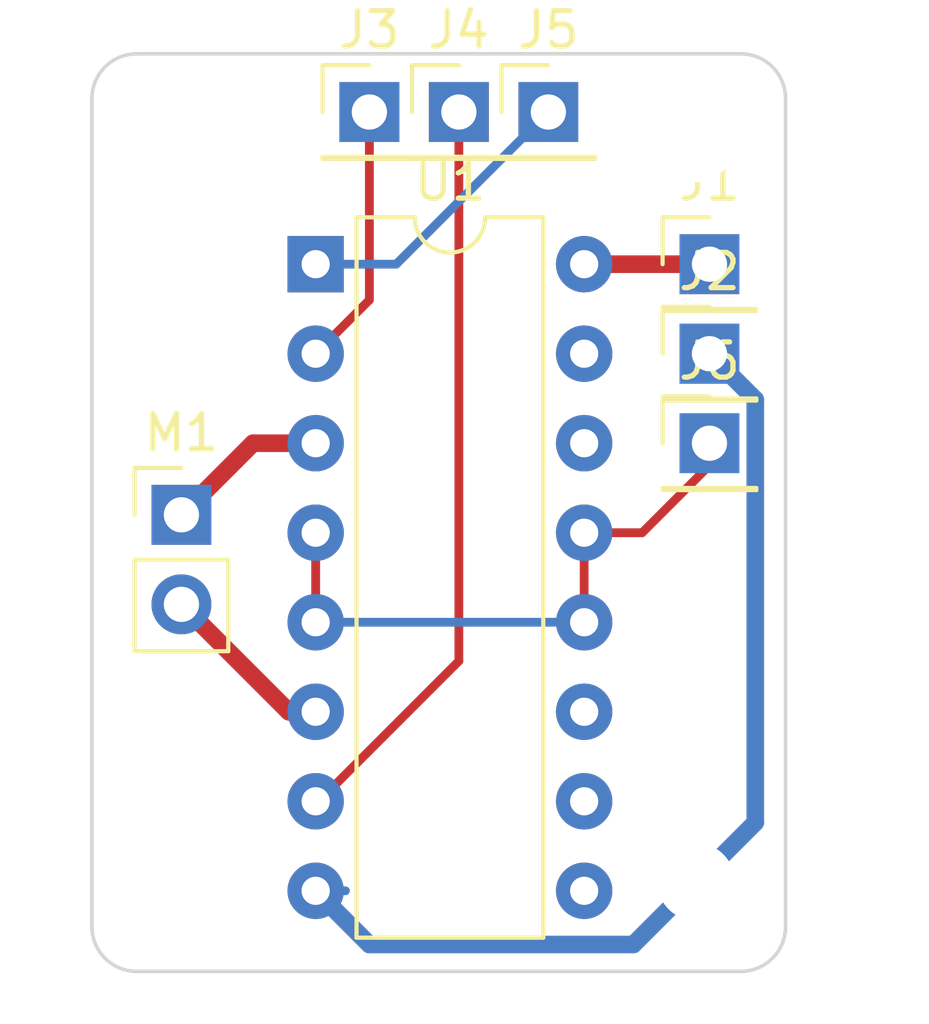
<source format=kicad_pcb>
(kicad_pcb (version 20221018) (generator pcbnew)
  (layers (0 "F.Cu" signal) (31 "B.Cu" signal) (34 "B.Paste" user) (35 "F.Paste" user) (36 "B.SilkS" user "B.Silkscreen") (37 "F.SilkS" user "F.Silkscreen") (38 "B.Mask" user) (39 "F.Mask" user) (44 "Edge.Cuts" user))
  (net 0 "")
  (net 1 "Net-(M1-+)")
  (net 2 "Net-(M1--)")
  (net 3 "Net-(J5-Pin_1)")
  (net 4 "Net-(J3-Pin_1)")
  (net 5 "Net-(J6-Pin_1)")
  (net 6 "Net-(J4-Pin_1)")
  (net 7 "Net-(J2-Pin_1)")
  (net 13 "Net-(J1-Pin_1)")
  (footprint "MountingHole:MountingHole_2.2mm_M2" (layer "F.Cu") (at 149.225 99.06)
    (fp_text reference "H3" hide)
    (fp_text value "MountingHole")
    (pad "" np_thru_hole circle (at 0 0) (size 2.2 2.2) (drill 2.2) (layers "*.Cu" "*.Mask"))
  )
  (footprint "Connector_PinHeader_2.54mm:PinHeader_1x01_P2.54mm_Vertical" (layer "F.Cu") (at 149.606 81.534)
    (fp_text reference "J1" (at 0 -2.33) (layer "F.SilkS"))
    (fp_text value "Conn_01x01_Pin")
    (fp_line (start -1.33 -1.33) (end 0 -1.33) (stroke (width 0.12)) (layer "F.SilkS"))
    (fp_line (start -1.33 0) (end -1.33 -1.33) (stroke (width 0.12)) (layer "F.SilkS"))
    (fp_line (start -1.33 1.27) (end -1.33 1.33) (stroke (width 0.12)) (layer "F.SilkS"))
    (fp_line (start -1.33 1.27) (end 1.33 1.27) (stroke (width 0.12)) (layer "F.SilkS"))
    (fp_line (start -1.33 1.33) (end 1.33 1.33) (stroke (width 0.12)) (layer "F.SilkS"))
    (fp_line (start 1.33 1.27) (end 1.33 1.33) (stroke (width 0.12)) (layer "F.SilkS"))
    (pad "1" thru_hole rect (at 0 0) (size 1.7 1.7) (drill 1) (layers "*.Cu" "*.Mask") (net 13 "Net-(J1-Pin_1)"))
  )
  (footprint "MountingHole:MountingHole_2.2mm_M2" (layer "F.Cu") (at 134.62 99.06)
    (fp_text reference "H4" hide)
    (fp_text value "MountingHole")
    (pad "" np_thru_hole circle (at 0 0) (size 2.2 2.2) (drill 2.2) (layers "*.Cu" "*.Mask"))
  )
  (footprint "Connector_PinHeader_2.54mm:PinHeader_1x01_P2.54mm_Vertical" (layer "F.Cu") (at 149.606 84.074)
    (fp_text reference "J2" (at 0 -2.33) (layer "F.SilkS"))
    (fp_text value "Conn_01x01_Pin")
    (fp_line (start -1.33 -1.33) (end 0 -1.33) (stroke (width 0.12)) (layer "F.SilkS"))
    (fp_line (start -1.33 0) (end -1.33 -1.33) (stroke (width 0.12)) (layer "F.SilkS"))
    (fp_line (start -1.33 1.27) (end -1.33 1.33) (stroke (width 0.12)) (layer "F.SilkS"))
    (fp_line (start -1.33 1.27) (end 1.33 1.27) (stroke (width 0.12)) (layer "F.SilkS"))
    (fp_line (start -1.33 1.33) (end 1.33 1.33) (stroke (width 0.12)) (layer "F.SilkS"))
    (fp_line (start 1.33 1.27) (end 1.33 1.33) (stroke (width 0.12)) (layer "F.SilkS"))
    (pad "1" thru_hole rect (at 0 0) (size 1.7 1.7) (drill 1) (layers "*.Cu" "*.Mask") (net 7 "Net-(J2-Pin_1)"))
  )
  (footprint "Connector_PinHeader_2.54mm:PinHeader_1x02_P2.54mm_Vertical" (layer "F.Cu") (at 134.62 88.646)
    (fp_text reference "M1" (at 0 -2.33) (layer "F.SilkS"))
    (fp_text value "Motor_DC")
    (fp_line (start -1.33 -1.33) (end 0 -1.33) (stroke (width 0.12)) (layer "F.SilkS"))
    (fp_line (start -1.33 0) (end -1.33 -1.33) (stroke (width 0.12)) (layer "F.SilkS"))
    (fp_line (start -1.33 1.27) (end -1.33 3.87) (stroke (width 0.12)) (layer "F.SilkS"))
    (fp_line (start -1.33 1.27) (end 1.33 1.27) (stroke (width 0.12)) (layer "F.SilkS"))
    (fp_line (start -1.33 3.87) (end 1.33 3.87) (stroke (width 0.12)) (layer "F.SilkS"))
    (fp_line (start 1.33 1.27) (end 1.33 3.87) (stroke (width 0.12)) (layer "F.SilkS"))
    (pad "1" thru_hole rect (at 0 0) (size 1.7 1.7) (drill 1) (layers "*.Cu" "*.Mask") (net 1 "Net-(M1-+)"))
    (pad "2" thru_hole oval (at 0 2.54) (size 1.7 1.7) (drill 1) (layers "*.Cu" "*.Mask") (net 2 "Net-(M1--)"))
  )
  (footprint "Connector_PinHeader_2.54mm:PinHeader_1x01_P2.54mm_Vertical" (layer "F.Cu") (at 142.494 77.216)
    (fp_text reference "J4" (at 0 -2.33) (layer "F.SilkS"))
    (fp_text value "Conn_01x01_Pin")
    (fp_line (start -1.33 -1.33) (end 0 -1.33) (stroke (width 0.12)) (layer "F.SilkS"))
    (fp_line (start -1.33 0) (end -1.33 -1.33) (stroke (width 0.12)) (layer "F.SilkS"))
    (fp_line (start -1.33 1.27) (end -1.33 1.33) (stroke (width 0.12)) (layer "F.SilkS"))
    (fp_line (start -1.33 1.27) (end 1.33 1.27) (stroke (width 0.12)) (layer "F.SilkS"))
    (fp_line (start -1.33 1.33) (end 1.33 1.33) (stroke (width 0.12)) (layer "F.SilkS"))
    (fp_line (start 1.33 1.27) (end 1.33 1.33) (stroke (width 0.12)) (layer "F.SilkS"))
    (pad "1" thru_hole rect (at 0 0) (size 1.7 1.7) (drill 1) (layers "*.Cu" "*.Mask") (net 6 "Net-(J4-Pin_1)"))
  )
  (footprint "Package_DIP:DIP-16_W7.62mm" (layer "F.Cu") (at 138.43 81.534)
    (fp_text reference "U1" (at 3.81 -2.33) (layer "F.SilkS"))
    (fp_text value "L293D")
    (fp_line (start 1.16 -1.33) (end 1.16 19.11) (stroke (width 0.12)) (layer "F.SilkS"))
    (fp_line (start 1.16 19.11) (end 6.46 19.11) (stroke (width 0.12)) (layer "F.SilkS"))
    (fp_line (start 2.81 -1.33) (end 1.16 -1.33) (stroke (width 0.12)) (layer "F.SilkS"))
    (fp_line (start 6.46 -1.33) (end 4.81 -1.33) (stroke (width 0.12)) (layer "F.SilkS"))
    (fp_line (start 6.46 19.11) (end 6.46 -1.33) (stroke (width 0.12)) (layer "F.SilkS"))
    (fp_arc (start 4.81 -1.33) (mid 3.81 -0.33) (end 2.81 -1.33) (stroke (width 0.12)) (layer "F.SilkS"))
    (pad "1" thru_hole rect (at 0 0) (size 1.6 1.6) (drill 0.8) (layers "*.Cu" "*.Mask") (net 3 "Net-(J5-Pin_1)"))
    (pad "2" thru_hole oval (at 0 2.54) (size 1.6 1.6) (drill 0.8) (layers "*.Cu" "*.Mask") (net 4 "Net-(J3-Pin_1)"))
    (pad "3" thru_hole oval (at 0 5.08) (size 1.6 1.6) (drill 0.8) (layers "*.Cu" "*.Mask") (net 1 "Net-(M1-+)"))
    (pad "4" thru_hole oval (at 0 7.62) (size 1.6 1.6) (drill 0.8) (layers "*.Cu" "*.Mask") (net 5 "Net-(J6-Pin_1)"))
    (pad "5" thru_hole oval (at 0 10.16) (size 1.6 1.6) (drill 0.8) (layers "*.Cu" "*.Mask") (net 5 "Net-(J6-Pin_1)"))
    (pad "6" thru_hole oval (at 0 12.7) (size 1.6 1.6) (drill 0.8) (layers "*.Cu" "*.Mask") (net 2 "Net-(M1--)"))
    (pad "7" thru_hole oval (at 0 15.24) (size 1.6 1.6) (drill 0.8) (layers "*.Cu" "*.Mask") (net 6 "Net-(J4-Pin_1)"))
    (pad "8" thru_hole oval (at 0 17.78) (size 1.6 1.6) (drill 0.8) (layers "*.Cu" "*.Mask") (net 7 "Net-(J2-Pin_1)"))
    (pad "9" thru_hole oval (at 7.62 17.78) (size 1.6 1.6) (drill 0.8) (layers "*.Cu" "*.Mask"))
    (pad "10" thru_hole oval (at 7.62 15.24) (size 1.6 1.6) (drill 0.8) (layers "*.Cu" "*.Mask"))
    (pad "11" thru_hole oval (at 7.62 12.7) (size 1.6 1.6) (drill 0.8) (layers "*.Cu" "*.Mask"))
    (pad "12" thru_hole oval (at 7.62 10.16) (size 1.6 1.6) (drill 0.8) (layers "*.Cu" "*.Mask") (net 5 "Net-(J6-Pin_1)"))
    (pad "13" thru_hole oval (at 7.62 7.62) (size 1.6 1.6) (drill 0.8) (layers "*.Cu" "*.Mask") (net 5 "Net-(J6-Pin_1)"))
    (pad "14" thru_hole oval (at 7.62 5.08) (size 1.6 1.6) (drill 0.8) (layers "*.Cu" "*.Mask"))
    (pad "15" thru_hole oval (at 7.62 2.54) (size 1.6 1.6) (drill 0.8) (layers "*.Cu" "*.Mask"))
    (pad "16" thru_hole oval (at 7.62 0) (size 1.6 1.6) (drill 0.8) (layers "*.Cu" "*.Mask") (net 13 "Net-(J1-Pin_1)"))
  )
  (footprint "MountingHole:MountingHole_2.2mm_M2" (layer "F.Cu") (at 134.62 78.105)
    (fp_text reference "H1" hide)
    (fp_text value "MountingHole")
    (pad "" np_thru_hole circle (at 0 0) (size 2.2 2.2) (drill 2.2) (layers "*.Cu" "*.Mask"))
  )
  (footprint "MountingHole:MountingHole_2.2mm_M2" (layer "F.Cu") (at 149.225 78.105)
    (fp_text reference "H2" hide)
    (fp_text value "MountingHole")
    (pad "" np_thru_hole circle (at 0 0) (size 2.2 2.2) (drill 2.2) (layers "*.Cu" "*.Mask"))
  )
  (footprint "Connector_PinHeader_2.54mm:PinHeader_1x01_P2.54mm_Vertical" (layer "F.Cu") (at 139.954 77.216)
    (fp_text reference "J3" (at 0 -2.33) (layer "F.SilkS"))
    (fp_text value "Conn_01x01_Pin")
    (fp_line (start -1.33 -1.33) (end 0 -1.33) (stroke (width 0.12)) (layer "F.SilkS"))
    (fp_line (start -1.33 0) (end -1.33 -1.33) (stroke (width 0.12)) (layer "F.SilkS"))
    (fp_line (start -1.33 1.27) (end -1.33 1.33) (stroke (width 0.12)) (layer "F.SilkS"))
    (fp_line (start -1.33 1.27) (end 1.33 1.27) (stroke (width 0.12)) (layer "F.SilkS"))
    (fp_line (start -1.33 1.33) (end 1.33 1.33) (stroke (width 0.12)) (layer "F.SilkS"))
    (fp_line (start 1.33 1.27) (end 1.33 1.33) (stroke (width 0.12)) (layer "F.SilkS"))
    (pad "1" thru_hole rect (at 0 0) (size 1.7 1.7) (drill 1) (layers "*.Cu" "*.Mask") (net 4 "Net-(J3-Pin_1)"))
  )
  (footprint "Connector_PinHeader_2.54mm:PinHeader_1x01_P2.54mm_Vertical" (layer "F.Cu") (at 149.606 86.614)
    (fp_text reference "J6" (at 0 -2.33) (layer "F.SilkS"))
    (fp_text value "Conn_01x01_Pin")
    (fp_line (start -1.33 -1.33) (end 0 -1.33) (stroke (width 0.12)) (layer "F.SilkS"))
    (fp_line (start -1.33 0) (end -1.33 -1.33) (stroke (width 0.12)) (layer "F.SilkS"))
    (fp_line (start -1.33 1.27) (end -1.33 1.33) (stroke (width 0.12)) (layer "F.SilkS"))
    (fp_line (start -1.33 1.27) (end 1.33 1.27) (stroke (width 0.12)) (layer "F.SilkS"))
    (fp_line (start -1.33 1.33) (end 1.33 1.33) (stroke (width 0.12)) (layer "F.SilkS"))
    (fp_line (start 1.33 1.27) (end 1.33 1.33) (stroke (width 0.12)) (layer "F.SilkS"))
    (pad "1" thru_hole rect (at 0 0) (size 1.7 1.7) (drill 1) (layers "*.Cu" "*.Mask") (net 5 "Net-(J6-Pin_1)"))
  )
  (footprint "Connector_PinHeader_2.54mm:PinHeader_1x01_P2.54mm_Vertical" (layer "F.Cu") (at 145.034 77.216)
    (fp_text reference "J5" (at 0 -2.33) (layer "F.SilkS"))
    (fp_text value "Conn_01x01_Pin")
    (fp_line (start -1.33 -1.33) (end 0 -1.33) (stroke (width 0.12)) (layer "F.SilkS"))
    (fp_line (start -1.33 0) (end -1.33 -1.33) (stroke (width 0.12)) (layer "F.SilkS"))
    (fp_line (start -1.33 1.27) (end -1.33 1.33) (stroke (width 0.12)) (layer "F.SilkS"))
    (fp_line (start -1.33 1.27) (end 1.33 1.27) (stroke (width 0.12)) (layer "F.SilkS"))
    (fp_line (start -1.33 1.33) (end 1.33 1.33) (stroke (width 0.12)) (layer "F.SilkS"))
    (fp_line (start 1.33 1.27) (end 1.33 1.33) (stroke (width 0.12)) (layer "F.SilkS"))
    (pad "1" thru_hole rect (at 0 0) (size 1.7 1.7) (drill 1) (layers "*.Cu" "*.Mask") (net 3 "Net-(J5-Pin_1)"))
  )
  (gr_arc (start 150.495 75.565) (mid 151.393026 75.936974) (end 151.765 76.835) (stroke (width 0.1)) (layer "Edge.Cuts"))
  (gr_line (start 132.08 76.835) (end 132.08 100.33) (stroke (width 0.1)) (layer "Edge.Cuts"))
  (gr_arc (start 132.08 76.835) (mid 132.451974 75.936974) (end 133.35 75.565) (stroke (width 0.1)) (layer "Edge.Cuts"))
  (gr_line (start 151.765 100.33) (end 151.765 76.835) (stroke (width 0.1)) (layer "Edge.Cuts"))
  (gr_arc (start 151.765 100.33) (mid 151.393026 101.228026) (end 150.495 101.6) (stroke (width 0.1)) (layer "Edge.Cuts"))
  (gr_arc (start 133.35 101.6) (mid 132.451974 101.228026) (end 132.08 100.33) (stroke (width 0.1)) (layer "Edge.Cuts"))
  (gr_line (start 150.495 75.565) (end 133.35 75.565) (stroke (width 0.1)) (layer "Edge.Cuts"))
  (gr_line (start 133.35 101.6) (end 150.495 101.6) (stroke (width 0.1)) (layer "Edge.Cuts"))
  (segment (start 136.652 86.614) (end 138.43 86.614) (width 0.5) (layer "F.Cu") (net 1))
  (segment (start 134.62 88.646) (end 136.652 86.614) (width 0.5) (layer "F.Cu") (net 1))
  (segment (start 134.62 91.186) (end 137.668 94.234) (width 0.5) (layer "F.Cu") (net 2))
  (segment (start 137.668 94.234) (end 138.43 94.234) (width 0.5) (layer "F.Cu") (net 2))
  (segment (start 140.716 81.534) (end 145.034 77.216) (width 0.25) (layer "B.Cu") (net 3))
  (segment (start 138.43 81.534) (end 140.716 81.534) (width 0.25) (layer "B.Cu") (net 3))
  (segment (start 139.954 82.55) (end 138.43 84.074) (width 0.25) (layer "F.Cu") (net 4))
  (segment (start 139.954 77.216) (end 139.954 82.55) (width 0.25) (layer "F.Cu") (net 4))
  (segment (start 146.05 89.154) (end 147.69595 89.154) (width 0.25) (layer "F.Cu") (net 5))
  (segment (start 149.606 87.24395) (end 149.606 86.614) (width 0.25) (layer "F.Cu") (net 5))
  (segment (start 147.69595 89.154) (end 149.606 87.24395) (width 0.25) (layer "F.Cu") (net 5))
  (segment (start 138.43 91.694) (end 138.43 89.154) (width 0.25) (layer "F.Cu") (net 5))
  (segment (start 146.05 89.154) (end 146.05 91.694) (width 0.25) (layer "F.Cu") (net 5))
  (segment (start 146.05 91.694) (end 138.43 91.694) (width 0.25) (layer "B.Cu") (net 5))
  (segment (start 138.5154 96.774) (end 142.494 92.7954) (width 0.25) (layer "F.Cu") (net 6))
  (segment (start 138.43 96.774) (end 138.5154 96.774) (width 0.25) (layer "F.Cu") (net 6))
  (segment (start 142.494 92.7954) (end 142.494 77.216) (width 0.25) (layer "F.Cu") (net 6))
  (segment (start 150.906 97.379) (end 147.447 100.838) (width 0.5) (layer "B.Cu") (net 7))
  (segment (start 147.447 100.838) (end 139.954 100.838) (width 0.5) (layer "B.Cu") (net 7))
  (segment (start 150.906 85.374) (end 150.906 97.379) (width 0.5) (layer "B.Cu") (net 7))
  (segment (start 149.606 84.074) (end 150.906 85.374) (width 0.5) (layer "B.Cu") (net 7))
  (segment (start 139.954 100.838) (end 138.43 99.314) (width 0.5) (layer "B.Cu") (net 7))
  (segment (start 138.43 99.314) (end 139.2752 99.314) (width 0.25) (layer "B.Cu") (net 7))
  (segment (start 146.05 81.534) (end 149.606 81.534) (width 0.5) (layer "F.Cu") (net 13))
)
</source>
